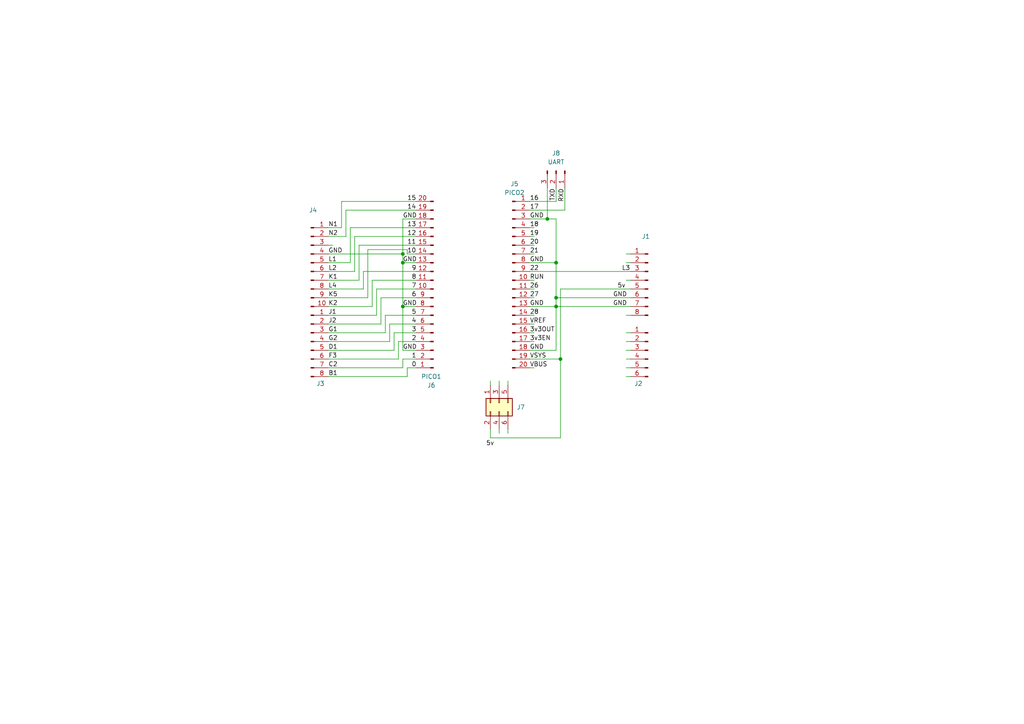
<source format=kicad_sch>
(kicad_sch (version 20231120) (generator "eeschema") (generator_version "8.0")
  (paper "A4")
  (lib_symbols
    (symbol "Connector:Conn_01x03_Pin" (pin_names (offset 1.016) hide)
      (property "Reference" "J" (at 0 5.08 0))
      (property "Value" "Conn_01x03_Pin" (at 0 -5.08 0))
      (symbol "Conn_01x03_Pin_1_1"
        (polyline (pts (xy 1.27 -2.54) (xy 0.8636 -2.54)) (stroke (width 0.1524)))
        (polyline (pts (xy 1.27 0) (xy 0.8636 0)) (stroke (width 0.1524)))
        (polyline (pts (xy 1.27 2.54) (xy 0.8636 2.54)) (stroke (width 0.1524)))
        (rectangle (start 0.8636 -2.413) (end 0 -2.667) (stroke (width 0.1524)) (fill (type outline)))
        (rectangle (start 0.8636 0.127) (end 0 -0.127) (stroke (width 0.1524)) (fill (type outline)))
        (rectangle (start 0.8636 2.667) (end 0 2.413) (stroke (width 0.1524)) (fill (type outline)))
        (pin passive line (at 5.08 2.54 180) (length 3.81) (name "Pin_1") (number "1"))
        (pin passive line (at 5.08 0 180) (length 3.81) (name "Pin_2") (number "2"))
        (pin passive line (at 5.08 -2.54 180) (length 3.81) (name "Pin_3") (number "3"))
      )
    )
    (symbol "Connector:Conn_01x06_Pin" (pin_names (offset 1.016) hide)
      (property "Reference" "J" (at 0 7.62 0))
      (property "Value" "Conn_01x06_Pin" (at 0 -10.16 0))
      (symbol "Conn_01x06_Pin_1_1"
        (polyline (pts (xy 1.27 -7.62) (xy 0.8636 -7.62)) (stroke (width 0.1524)))
        (polyline (pts (xy 1.27 -5.08) (xy 0.8636 -5.08)) (stroke (width 0.1524)))
        (polyline (pts (xy 1.27 -2.54) (xy 0.8636 -2.54)) (stroke (width 0.1524)))
        (polyline (pts (xy 1.27 0) (xy 0.8636 0)) (stroke (width 0.1524)))
        (polyline (pts (xy 1.27 2.54) (xy 0.8636 2.54)) (stroke (width 0.1524)))
        (polyline (pts (xy 1.27 5.08) (xy 0.8636 5.08)) (stroke (width 0.1524)))
        (rectangle (start 0.8636 -7.493) (end 0 -7.747) (stroke (width 0.1524)) (fill (type outline)))
        (rectangle (start 0.8636 -4.953) (end 0 -5.207) (stroke (width 0.1524)) (fill (type outline)))
        (rectangle (start 0.8636 -2.413) (end 0 -2.667) (stroke (width 0.1524)) (fill (type outline)))
        (rectangle (start 0.8636 0.127) (end 0 -0.127) (stroke (width 0.1524)) (fill (type outline)))
        (rectangle (start 0.8636 2.667) (end 0 2.413) (stroke (width 0.1524)) (fill (type outline)))
        (rectangle (start 0.8636 5.207) (end 0 4.953) (stroke (width 0.1524)) (fill (type outline)))
        (pin passive line (at 5.08 5.08 180) (length 3.81) (name "Pin_1") (number "1"))
        (pin passive line (at 5.08 2.54 180) (length 3.81) (name "Pin_2") (number "2"))
        (pin passive line (at 5.08 0 180) (length 3.81) (name "Pin_3") (number "3"))
        (pin passive line (at 5.08 -2.54 180) (length 3.81) (name "Pin_4") (number "4"))
        (pin passive line (at 5.08 -5.08 180) (length 3.81) (name "Pin_5") (number "5"))
        (pin passive line (at 5.08 -7.62 180) (length 3.81) (name "Pin_6") (number "6"))
      )
    )
    (symbol "Connector:Conn_01x08_Pin" (pin_names (offset 1.016) hide)
      (property "Reference" "J" (at 0 10.16 0))
      (property "Value" "Conn_01x08_Pin" (at 0 -12.7 0))
      (symbol "Conn_01x08_Pin_1_1"
        (polyline (pts (xy 1.27 -10.16) (xy 0.8636 -10.16)) (stroke (width 0.1524)))
        (polyline (pts (xy 1.27 -7.62) (xy 0.8636 -7.62)) (stroke (width 0.1524)))
        (polyline (pts (xy 1.27 -5.08) (xy 0.8636 -5.08)) (stroke (width 0.1524)))
        (polyline (pts (xy 1.27 -2.54) (xy 0.8636 -2.54)) (stroke (width 0.1524)))
        (polyline (pts (xy 1.27 0) (xy 0.8636 0)) (stroke (width 0.1524)))
        (polyline (pts (xy 1.27 2.54) (xy 0.8636 2.54)) (stroke (width 0.1524)))
        (polyline (pts (xy 1.27 5.08) (xy 0.8636 5.08)) (stroke (width 0.1524)))
        (polyline (pts (xy 1.27 7.62) (xy 0.8636 7.62)) (stroke (width 0.1524)))
        (rectangle (start 0.8636 -10.033) (end 0 -10.287) (stroke (width 0.1524)) (fill (type outline)))
        (rectangle (start 0.8636 -7.493) (end 0 -7.747) (stroke (width 0.1524)) (fill (type outline)))
        (rectangle (start 0.8636 -4.953) (end 0 -5.207) (stroke (width 0.1524)) (fill (type outline)))
        (rectangle (start 0.8636 -2.413) (end 0 -2.667) (stroke (width 0.1524)) (fill (type outline)))
        (rectangle (start 0.8636 0.127) (end 0 -0.127) (stroke (width 0.1524)) (fill (type outline)))
        (rectangle (start 0.8636 2.667) (end 0 2.413) (stroke (width 0.1524)) (fill (type outline)))
        (rectangle (start 0.8636 5.207) (end 0 4.953) (stroke (width 0.1524)) (fill (type outline)))
        (rectangle (start 0.8636 7.747) (end 0 7.493) (stroke (width 0.1524)) (fill (type outline)))
        (pin passive line (at 5.08 7.62 180) (length 3.81) (name "Pin_1") (number "1"))
        (pin passive line (at 5.08 5.08 180) (length 3.81) (name "Pin_2") (number "2"))
        (pin passive line (at 5.08 2.54 180) (length 3.81) (name "Pin_3") (number "3"))
        (pin passive line (at 5.08 0 180) (length 3.81) (name "Pin_4") (number "4"))
        (pin passive line (at 5.08 -2.54 180) (length 3.81) (name "Pin_5") (number "5"))
        (pin passive line (at 5.08 -5.08 180) (length 3.81) (name "Pin_6") (number "6"))
        (pin passive line (at 5.08 -7.62 180) (length 3.81) (name "Pin_7") (number "7"))
        (pin passive line (at 5.08 -10.16 180) (length 3.81) (name "Pin_8") (number "8"))
      )
    )
    (symbol "Connector:Conn_01x10_Pin" (pin_names (offset 1.016) hide)
      (property "Reference" "J" (at 0 12.7 0))
      (property "Value" "Conn_01x10_Pin" (at 0 -15.24 0))
      (symbol "Conn_01x10_Pin_1_1"
        (polyline (pts (xy 1.27 -12.7) (xy 0.8636 -12.7)) (stroke (width 0.1524)))
        (polyline (pts (xy 1.27 -10.16) (xy 0.8636 -10.16)) (stroke (width 0.1524)))
        (polyline (pts (xy 1.27 -7.62) (xy 0.8636 -7.62)) (stroke (width 0.1524)))
        (polyline (pts (xy 1.27 -5.08) (xy 0.8636 -5.08)) (stroke (width 0.1524)))
        (polyline (pts (xy 1.27 -2.54) (xy 0.8636 -2.54)) (stroke (width 0.1524)))
        (polyline (pts (xy 1.27 0) (xy 0.8636 0)) (stroke (width 0.1524)))
        (polyline (pts (xy 1.27 2.54) (xy 0.8636 2.54)) (stroke (width 0.1524)))
        (polyline (pts (xy 1.27 5.08) (xy 0.8636 5.08)) (stroke (width 0.1524)))
        (polyline (pts (xy 1.27 7.62) (xy 0.8636 7.62)) (stroke (width 0.1524)))
        (polyline (pts (xy 1.27 10.16) (xy 0.8636 10.16)) (stroke (width 0.1524)))
        (rectangle (start 0.8636 -12.573) (end 0 -12.827) (stroke (width 0.1524)) (fill (type outline)))
        (rectangle (start 0.8636 -10.033) (end 0 -10.287) (stroke (width 0.1524)) (fill (type outline)))
        (rectangle (start 0.8636 -7.493) (end 0 -7.747) (stroke (width 0.1524)) (fill (type outline)))
        (rectangle (start 0.8636 -4.953) (end 0 -5.207) (stroke (width 0.1524)) (fill (type outline)))
        (rectangle (start 0.8636 -2.413) (end 0 -2.667) (stroke (width 0.1524)) (fill (type outline)))
        (rectangle (start 0.8636 0.127) (end 0 -0.127) (stroke (width 0.1524)) (fill (type outline)))
        (rectangle (start 0.8636 2.667) (end 0 2.413) (stroke (width 0.1524)) (fill (type outline)))
        (rectangle (start 0.8636 5.207) (end 0 4.953) (stroke (width 0.1524)) (fill (type outline)))
        (rectangle (start 0.8636 7.747) (end 0 7.493) (stroke (width 0.1524)) (fill (type outline)))
        (rectangle (start 0.8636 10.287) (end 0 10.033) (stroke (width 0.1524)) (fill (type outline)))
        (pin passive line (at 5.08 10.16 180) (length 3.81) (name "Pin_1") (number "1"))
        (pin passive line (at 5.08 -12.7 180) (length 3.81) (name "Pin_10") (number "10"))
        (pin passive line (at 5.08 7.62 180) (length 3.81) (name "Pin_2") (number "2"))
        (pin passive line (at 5.08 5.08 180) (length 3.81) (name "Pin_3") (number "3"))
        (pin passive line (at 5.08 2.54 180) (length 3.81) (name "Pin_4") (number "4"))
        (pin passive line (at 5.08 0 180) (length 3.81) (name "Pin_5") (number "5"))
        (pin passive line (at 5.08 -2.54 180) (length 3.81) (name "Pin_6") (number "6"))
        (pin passive line (at 5.08 -5.08 180) (length 3.81) (name "Pin_7") (number "7"))
        (pin passive line (at 5.08 -7.62 180) (length 3.81) (name "Pin_8") (number "8"))
        (pin passive line (at 5.08 -10.16 180) (length 3.81) (name "Pin_9") (number "9"))
      )
    )
    (symbol "Connector:Conn_01x20_Pin" (pin_names (offset 1.016) hide)
      (property "Reference" "J" (at 0 25.4 0))
      (property "Value" "Conn_01x20_Pin" (at 0 -27.94 0))
      (symbol "Conn_01x20_Pin_1_1"
        (polyline (pts (xy 1.27 -25.4) (xy 0.8636 -25.4)) (stroke (width 0.1524)))
        (polyline (pts (xy 1.27 -22.86) (xy 0.8636 -22.86)) (stroke (width 0.1524)))
        (polyline (pts (xy 1.27 -20.32) (xy 0.8636 -20.32)) (stroke (width 0.1524)))
        (polyline (pts (xy 1.27 -17.78) (xy 0.8636 -17.78)) (stroke (width 0.1524)))
        (polyline (pts (xy 1.27 -15.24) (xy 0.8636 -15.24)) (stroke (width 0.1524)))
        (polyline (pts (xy 1.27 -12.7) (xy 0.8636 -12.7)) (stroke (width 0.1524)))
        (polyline (pts (xy 1.27 -10.16) (xy 0.8636 -10.16)) (stroke (width 0.1524)))
        (polyline (pts (xy 1.27 -7.62) (xy 0.8636 -7.62)) (stroke (width 0.1524)))
        (polyline (pts (xy 1.27 -5.08) (xy 0.8636 -5.08)) (stroke (width 0.1524)))
        (polyline (pts (xy 1.27 -2.54) (xy 0.8636 -2.54)) (stroke (width 0.1524)))
        (polyline (pts (xy 1.27 0) (xy 0.8636 0)) (stroke (width 0.1524)))
        (polyline (pts (xy 1.27 2.54) (xy 0.8636 2.54)) (stroke (width 0.1524)))
        (polyline (pts (xy 1.27 5.08) (xy 0.8636 5.08)) (stroke (width 0.1524)))
        (polyline (pts (xy 1.27 7.62) (xy 0.8636 7.62)) (stroke (width 0.1524)))
        (polyline (pts (xy 1.27 10.16) (xy 0.8636 10.16)) (stroke (width 0.1524)))
        (polyline (pts (xy 1.27 12.7) (xy 0.8636 12.7)) (stroke (width 0.1524)))
        (polyline (pts (xy 1.27 15.24) (xy 0.8636 15.24)) (stroke (width 0.1524)))
        (polyline (pts (xy 1.27 17.78) (xy 0.8636 17.78)) (stroke (width 0.1524)))
        (polyline (pts (xy 1.27 20.32) (xy 0.8636 20.32)) (stroke (width 0.1524)))
        (polyline (pts (xy 1.27 22.86) (xy 0.8636 22.86)) (stroke (width 0.1524)))
        (rectangle (start 0.8636 -25.273) (end 0 -25.527) (stroke (width 0.1524)) (fill (type outline)))
        (rectangle (start 0.8636 -22.733) (end 0 -22.987) (stroke (width 0.1524)) (fill (type outline)))
        (rectangle (start 0.8636 -20.193) (end 0 -20.447) (stroke (width 0.1524)) (fill (type outline)))
        (rectangle (start 0.8636 -17.653) (end 0 -17.907) (stroke (width 0.1524)) (fill (type outline)))
        (rectangle (start 0.8636 -15.113) (end 0 -15.367) (stroke (width 0.1524)) (fill (type outline)))
        (rectangle (start 0.8636 -12.573) (end 0 -12.827) (stroke (width 0.1524)) (fill (type outline)))
        (rectangle (start 0.8636 -10.033) (end 0 -10.287) (stroke (width 0.1524)) (fill (type outline)))
        (rectangle (start 0.8636 -7.493) (end 0 -7.747) (stroke (width 0.1524)) (fill (type outline)))
        (rectangle (start 0.8636 -4.953) (end 0 -5.207) (stroke (width 0.1524)) (fill (type outline)))
        (rectangle (start 0.8636 -2.413) (end 0 -2.667) (stroke (width 0.1524)) (fill (type outline)))
        (rectangle (start 0.8636 0.127) (end 0 -0.127) (stroke (width 0.1524)) (fill (type outline)))
        (rectangle (start 0.8636 2.667) (end 0 2.413) (stroke (width 0.1524)) (fill (type outline)))
        (rectangle (start 0.8636 5.207) (end 0 4.953) (stroke (width 0.1524)) (fill (type outline)))
        (rectangle (start 0.8636 7.747) (end 0 7.493) (stroke (width 0.1524)) (fill (type outline)))
        (rectangle (start 0.8636 10.287) (end 0 10.033) (stroke (width 0.1524)) (fill (type outline)))
        (rectangle (start 0.8636 12.827) (end 0 12.573) (stroke (width 0.1524)) (fill (type outline)))
        (rectangle (start 0.8636 15.367) (end 0 15.113) (stroke (width 0.1524)) (fill (type outline)))
        (rectangle (start 0.8636 17.907) (end 0 17.653) (stroke (width 0.1524)) (fill (type outline)))
        (rectangle (start 0.8636 20.447) (end 0 20.193) (stroke (width 0.1524)) (fill (type outline)))
        (rectangle (start 0.8636 22.987) (end 0 22.733) (stroke (width 0.1524)) (fill (type outline)))
        (pin passive line (at 5.08 22.86 180) (length 3.81) (name "Pin_1") (number "1"))
        (pin passive line (at 5.08 0 180) (length 3.81) (name "Pin_10") (number "10"))
        (pin passive line (at 5.08 -2.54 180) (length 3.81) (name "Pin_11") (number "11"))
        (pin passive line (at 5.08 -5.08 180) (length 3.81) (name "Pin_12") (number "12"))
        (pin passive line (at 5.08 -7.62 180) (length 3.81) (name "Pin_13") (number "13"))
        (pin passive line (at 5.08 -10.16 180) (length 3.81) (name "Pin_14") (number "14"))
        (pin passive line (at 5.08 -12.7 180) (length 3.81) (name "Pin_15") (number "15"))
        (pin passive line (at 5.08 -15.24 180) (length 3.81) (name "Pin_16") (number "16"))
        (pin passive line (at 5.08 -17.78 180) (length 3.81) (name "Pin_17") (number "17"))
        (pin passive line (at 5.08 -20.32 180) (length 3.81) (name "Pin_18") (number "18"))
        (pin passive line (at 5.08 -22.86 180) (length 3.81) (name "Pin_19") (number "19"))
        (pin passive line (at 5.08 20.32 180) (length 3.81) (name "Pin_2") (number "2"))
        (pin passive line (at 5.08 -25.4 180) (length 3.81) (name "Pin_20") (number "20"))
        (pin passive line (at 5.08 17.78 180) (length 3.81) (name "Pin_3") (number "3"))
        (pin passive line (at 5.08 15.24 180) (length 3.81) (name "Pin_4") (number "4"))
        (pin passive line (at 5.08 12.7 180) (length 3.81) (name "Pin_5") (number "5"))
        (pin passive line (at 5.08 10.16 180) (length 3.81) (name "Pin_6") (number "6"))
        (pin passive line (at 5.08 7.62 180) (length 3.81) (name "Pin_7") (number "7"))
        (pin passive line (at 5.08 5.08 180) (length 3.81) (name "Pin_8") (number "8"))
        (pin passive line (at 5.08 2.54 180) (length 3.81) (name "Pin_9") (number "9"))
      )
    )
    (symbol "Connector_Generic:Conn_02x03_Odd_Even" (pin_names (offset 1.016) hide)
      (property "Reference" "J" (at 1.27 5.08 0))
      (property "Value" "Conn_02x03_Odd_Even" (at 1.27 -5.08 0))
      (symbol "Conn_02x03_Odd_Even_1_1"
        (rectangle (start -1.27 -2.413) (end 0 -2.667) (stroke (width 0.1524)))
        (rectangle (start -1.27 0.127) (end 0 -0.127) (stroke (width 0.1524)))
        (rectangle (start -1.27 2.667) (end 0 2.413) (stroke (width 0.1524)))
        (rectangle (start -1.27 3.81) (end 3.81 -3.81) (stroke (width 0.254)) (fill (type background)))
        (rectangle (start 3.81 -2.413) (end 2.54 -2.667) (stroke (width 0.1524)))
        (rectangle (start 3.81 0.127) (end 2.54 -0.127) (stroke (width 0.1524)))
        (rectangle (start 3.81 2.667) (end 2.54 2.413) (stroke (width 0.1524)))
        (pin passive line (at -5.08 2.54 0) (length 3.81) (name "Pin_1") (number "1"))
        (pin passive line (at 7.62 2.54 180) (length 3.81) (name "Pin_2") (number "2"))
        (pin passive line (at -5.08 0 0) (length 3.81) (name "Pin_3") (number "3"))
        (pin passive line (at 7.62 0 180) (length 3.81) (name "Pin_4") (number "4"))
        (pin passive line (at -5.08 -2.54 0) (length 3.81) (name "Pin_5") (number "5"))
        (pin passive line (at 7.62 -2.54 180) (length 3.81) (name "Pin_6") (number "6"))
      )
    )
  )
  (junction (at 116.84 88.9))
  (junction (at 116.84 76.2))
  (junction (at 161.29 86.36))
  (junction (at 161.29 88.9))
  (junction (at 158.75 63.5))
  (junction (at 161.29 76.2))
  (junction (at 162.56 104.14))
  (junction (at 116.84 73.66))
  (wire (pts (xy 102.87 68.58) (xy 120.65 68.58)))
  (wire (pts (xy 107.95 81.28) (xy 120.65 81.28)))
  (wire (pts (xy 95.25 106.68) (xy 116.84 106.68)))
  (wire (pts (xy 95.25 99.06) (xy 113.03 99.06)))
  (wire (pts (xy 153.67 66.04) (xy 154.94 66.04)))
  (wire (pts (xy 110.49 93.98) (xy 110.49 86.36)))
  (wire (pts (xy 105.41 78.74) (xy 120.65 78.74)))
  (wire (pts (xy 118.11 73.66) (xy 120.65 73.66)))
  (wire (pts (xy 142.24 124.46) (xy 142.24 127)))
  (wire (pts (xy 153.67 106.68) (xy 154.94 106.68)))
  (wire (pts (xy 109.22 91.44) (xy 109.22 83.82)))
  (wire (pts (xy 95.25 86.36) (xy 106.68 86.36)))
  (wire (pts (xy 153.67 104.14) (xy 162.56 104.14)))
  (wire (pts (xy 95.25 101.6) (xy 114.3 101.6)))
  (wire (pts (xy 111.76 96.52) (xy 111.76 91.44)))
  (wire (pts (xy 153.67 73.66) (xy 154.94 73.66)))
  (wire (pts (xy 153.67 91.44) (xy 154.94 91.44)))
  (wire (pts (xy 163.83 60.96) (xy 163.83 54.61)))
  (wire (pts (xy 102.87 78.74) (xy 102.87 68.58)))
  (wire (pts (xy 153.67 96.52) (xy 154.94 96.52)))
  (wire (pts (xy 144.78 110.49) (xy 144.78 111.76)))
  (wire (pts (xy 153.67 99.06) (xy 154.94 99.06)))
  (wire (pts (xy 116.84 76.2) (xy 120.65 76.2)))
  (wire (pts (xy 95.25 68.58) (xy 100.33 68.58)))
  (wire (pts (xy 95.25 104.14) (xy 115.57 104.14)))
  (wire (pts (xy 100.33 68.58) (xy 100.33 60.96)))
  (wire (pts (xy 181.61 91.44) (xy 182.88 91.44)))
  (wire (pts (xy 153.67 71.12) (xy 154.94 71.12)))
  (wire (pts (xy 147.32 110.49) (xy 147.32 111.76)))
  (wire (pts (xy 95.25 88.9) (xy 107.95 88.9)))
  (wire (pts (xy 153.67 81.28) (xy 154.94 81.28)))
  (wire (pts (xy 161.29 88.9) (xy 182.88 88.9)))
  (wire (pts (xy 116.84 76.2) (xy 116.84 88.9)))
  (wire (pts (xy 106.68 72.39) (xy 106.68 86.36)))
  (wire (pts (xy 162.56 127) (xy 162.56 104.14)))
  (wire (pts (xy 116.84 73.66) (xy 116.84 76.2)))
  (wire (pts (xy 144.78 124.46) (xy 144.78 125.73)))
  (wire (pts (xy 161.29 58.42) (xy 161.29 54.61)))
  (wire (pts (xy 114.3 96.52) (xy 120.65 96.52)))
  (wire (pts (xy 113.03 93.98) (xy 120.65 93.98)))
  (wire (pts (xy 111.76 91.44) (xy 120.65 91.44)))
  (wire (pts (xy 115.57 99.06) (xy 120.65 99.06)))
  (wire (pts (xy 153.67 83.82) (xy 154.94 83.82)))
  (wire (pts (xy 118.11 72.39) (xy 118.11 73.66)))
  (wire (pts (xy 116.84 106.68) (xy 116.84 104.14)))
  (wire (pts (xy 115.57 104.14) (xy 115.57 99.06)))
  (wire (pts (xy 105.41 83.82) (xy 105.41 78.74)))
  (wire (pts (xy 104.14 81.28) (xy 104.14 71.12)))
  (wire (pts (xy 153.67 76.2) (xy 161.29 76.2)))
  (wire (pts (xy 95.25 81.28) (xy 104.14 81.28)))
  (wire (pts (xy 95.25 91.44) (xy 109.22 91.44)))
  (wire (pts (xy 118.11 109.22) (xy 118.11 106.68)))
  (wire (pts (xy 181.61 99.06) (xy 182.88 99.06)))
  (wire (pts (xy 142.24 127) (xy 162.56 127)))
  (wire (pts (xy 95.25 71.12) (xy 96.52 71.12)))
  (wire (pts (xy 95.25 76.2) (xy 101.6 76.2)))
  (wire (pts (xy 153.67 93.98) (xy 154.94 93.98)))
  (wire (pts (xy 107.95 88.9) (xy 107.95 81.28)))
  (wire (pts (xy 95.25 93.98) (xy 110.49 93.98)))
  (wire (pts (xy 153.67 86.36) (xy 154.94 86.36)))
  (wire (pts (xy 181.61 96.52) (xy 182.88 96.52)))
  (wire (pts (xy 95.25 109.22) (xy 118.11 109.22)))
  (wire (pts (xy 181.61 73.66) (xy 182.88 73.66)))
  (wire (pts (xy 95.25 78.74) (xy 102.87 78.74)))
  (wire (pts (xy 153.67 58.42) (xy 161.29 58.42)))
  (wire (pts (xy 161.29 86.36) (xy 182.88 86.36)))
  (wire (pts (xy 95.25 73.66) (xy 116.84 73.66)))
  (wire (pts (xy 142.24 110.49) (xy 142.24 111.76)))
  (wire (pts (xy 161.29 76.2) (xy 161.29 86.36)))
  (wire (pts (xy 116.84 63.5) (xy 120.65 63.5)))
  (wire (pts (xy 161.29 86.36) (xy 161.29 88.9)))
  (wire (pts (xy 100.33 60.96) (xy 120.65 60.96)))
  (wire (pts (xy 101.6 66.04) (xy 120.65 66.04)))
  (wire (pts (xy 106.68 72.39) (xy 118.11 72.39)))
  (wire (pts (xy 95.25 66.04) (xy 99.06 66.04)))
  (wire (pts (xy 181.61 76.2) (xy 182.88 76.2)))
  (wire (pts (xy 153.67 68.58) (xy 154.94 68.58)))
  (wire (pts (xy 116.84 88.9) (xy 120.65 88.9)))
  (wire (pts (xy 181.61 81.28) (xy 182.88 81.28)))
  (wire (pts (xy 99.06 58.42) (xy 120.65 58.42)))
  (wire (pts (xy 162.56 83.82) (xy 162.56 104.14)))
  (wire (pts (xy 181.61 104.14) (xy 182.88 104.14)))
  (wire (pts (xy 114.3 101.6) (xy 114.3 96.52)))
  (wire (pts (xy 109.22 83.82) (xy 120.65 83.82)))
  (wire (pts (xy 116.84 63.5) (xy 116.84 73.66)))
  (wire (pts (xy 113.03 99.06) (xy 113.03 93.98)))
  (wire (pts (xy 153.67 78.74) (xy 182.88 78.74)))
  (wire (pts (xy 147.32 124.46) (xy 147.32 125.73)))
  (wire (pts (xy 118.11 106.68) (xy 120.65 106.68)))
  (wire (pts (xy 158.75 54.61) (xy 158.75 63.5)))
  (wire (pts (xy 162.56 83.82) (xy 182.88 83.82)))
  (wire (pts (xy 116.84 101.6) (xy 120.65 101.6)))
  (wire (pts (xy 153.67 60.96) (xy 163.83 60.96)))
  (wire (pts (xy 95.25 83.82) (xy 105.41 83.82)))
  (wire (pts (xy 110.49 86.36) (xy 120.65 86.36)))
  (wire (pts (xy 101.6 76.2) (xy 101.6 66.04)))
  (wire (pts (xy 99.06 66.04) (xy 99.06 58.42)))
  (wire (pts (xy 181.61 101.6) (xy 182.88 101.6)))
  (wire (pts (xy 95.25 96.52) (xy 111.76 96.52)))
  (wire (pts (xy 104.14 71.12) (xy 120.65 71.12)))
  (wire (pts (xy 161.29 63.5) (xy 161.29 76.2)))
  (wire (pts (xy 153.67 101.6) (xy 161.29 101.6)))
  (wire (pts (xy 158.75 63.5) (xy 161.29 63.5)))
  (wire (pts (xy 153.67 63.5) (xy 158.75 63.5)))
  (wire (pts (xy 181.61 106.68) (xy 182.88 106.68)))
  (wire (pts (xy 161.29 88.9) (xy 161.29 101.6)))
  (wire (pts (xy 153.67 88.9) (xy 161.29 88.9)))
  (wire (pts (xy 181.61 109.22) (xy 182.88 109.22)))
  (wire (pts (xy 116.84 88.9) (xy 116.84 101.6)))
  (wire (pts (xy 116.84 104.14) (xy 120.65 104.14)))
  (label "L2" (at 95.25 78.74 0))
  (label "3v3OUT" (at 153.67 96.52 0))
  (label "1" (at 119.38 104.14 0))
  (label "GND" (at 116.84 63.5 0))
  (label "F3" (at 95.25 104.14 0))
  (label "L1" (at 95.25 76.2 0))
  (label "GND" (at 116.84 76.2 0))
  (label "GND" (at 153.67 88.9 0))
  (label "L3" (at 180.34 78.74 0))
  (label "GND" (at 153.67 63.5 0))
  (label "14" (at 118.11 60.96 0))
  (label "5v" (at 140.97 129.54 0))
  (label "4" (at 119.38 93.98 0))
  (label "RXD" (at 163.83 54.61 270))
  (label "27" (at 153.67 86.36 0))
  (label "K2" (at 95.25 88.9 0))
  (label "26" (at 153.67 83.82 0))
  (label "28" (at 153.67 91.44 0))
  (label "K1" (at 95.25 81.28 0))
  (label "K5" (at 95.25 86.36 0))
  (label "GND" (at 116.84 101.6 0))
  (label "VBUS" (at 153.67 106.68 0))
  (label "N2" (at 95.25 68.58 0))
  (label "3v3EN" (at 153.67 99.06 0))
  (label "VREF" (at 153.67 93.98 0))
  (label "RUN" (at 153.67 81.28 0))
  (label "G1" (at 95.25 96.52 0))
  (label "22" (at 153.67 78.74 0))
  (label "GND" (at 95.25 73.66 0))
  (label "B1" (at 95.25 109.22 0))
  (label "G2" (at 95.25 99.06 0))
  (label "7" (at 119.38 83.82 0))
  (label "16" (at 153.67 58.42 0))
  (label "0" (at 119.38 106.68 0))
  (label "3" (at 119.38 96.52 0))
  (label "N1" (at 95.25 66.04 0))
  (label "GND" (at 153.67 101.6 0))
  (label "GND" (at 153.67 76.2 0))
  (label "J1" (at 95.25 91.44 0))
  (label "C2" (at 95.25 106.68 0))
  (label "5v" (at 179.07 83.82 0))
  (label "21" (at 153.67 73.66 0))
  (label "D1" (at 95.25 101.6 0))
  (label "18" (at 153.67 66.04 0))
  (label "TXD" (at 161.29 54.61 270))
  (label "GND" (at 177.8 86.36 0))
  (label "19" (at 153.67 68.58 0))
  (label "15" (at 118.11 58.42 0))
  (label "GND" (at 177.8 88.9 0))
  (label "2" (at 119.38 99.06 0))
  (label "6" (at 119.38 86.36 0))
  (label "9" (at 119.38 78.74 0))
  (label "8" (at 119.38 81.28 0))
  (label "L4" (at 95.25 83.82 0))
  (label "GND" (at 116.84 88.9 0))
  (label "13" (at 118.11 66.04 0))
  (label "J2" (at 95.25 93.98 0))
  (label "11" (at 118.11 71.12 0))
  (label "5" (at 119.38 91.44 0))
  (label "VSYS" (at 153.67 104.14 0))
  (label "17" (at 153.67 60.96 0))
  (label "12" (at 118.11 68.58 0))
  (label "20" (at 153.67 71.12 0))
  (label "10" (at 118.11 73.66 0))
  (symbol (lib_id "Connector:Conn_01x20_Pin") (at 125.73 83.82 180) (unit 1)
    (property "Reference" "J6" (at 125.095 111.76 0))
    (property "Value" "PICO1" (at 125.095 109.22 0))
    (property "Description" "Generic connector, single row, 01x20, script generated" (effects (hide yes)))
  )
  (symbol (lib_id "Connector:Conn_01x20_Pin") (at 148.59 81.28 0) (unit 1)
    (property "Reference" "J5" (at 149.225 53.34 0))
    (property "Value" "PICO2" (at 149.225 55.88 0))
    (property "Description" "Generic connector, single row, 01x20, script generated" (effects (hide yes)))
  )
  (symbol (lib_id "Connector_Generic:Conn_02x03_Odd_Even") (at 144.78 116.84 90) (mirror x) (unit 1)
    (property "Reference" "J7" (at 149.86 118.1101 90) (effects (justify right)))
    (property "Value" "Conn_02x03_Odd_Even" (effects (hide yes)))
    (property "Description" "Generic connector, double row, 02x03, odd/even pin numbering scheme (row 1 odd numbers, row 2 even numbers), script generated (kicad-library-utils/schlib/autogen/connector/)" (effects (hide yes)))
  )
  (symbol (lib_id "Connector:Conn_01x06_Pin") (at 187.96 101.6 0) (mirror y) (unit 1)
    (property "Reference" "J2" (at 185.166 111.252 0))
    (property "Value" "Conn_01x06_Pin" (effects (hide yes)))
    (property "Description" "Generic connector, single row, 01x06, script generated" (effects (hide yes)))
  )
  (symbol (lib_id "Connector:Conn_01x08_Pin") (at 187.96 81.28 0) (mirror y) (unit 1)
    (property "Reference" "J1" (at 187.325 68.58 0))
    (property "Value" "Conn_01x08_Pin" (effects (hide yes)))
    (property "Description" "Generic connector, single row, 01x08, script generated" (effects (hide yes)))
  )
  (symbol (lib_id "Connector:Conn_01x03_Pin") (at 161.29 49.53 270) (unit 1)
    (property "Reference" "J8" (at 161.29 44.45 90))
    (property "Value" "UART" (at 161.29 46.99 90))
    (property "Description" "Generic connector, single row, 01x03, script generated" (effects (hide yes)))
  )
  (symbol (lib_id "Connector:Conn_01x08_Pin") (at 90.17 99.06 0) (unit 1)
    (property "Reference" "J3" (at 92.964 111.252 0))
    (property "Value" "Conn_01x08_Pin" (effects (hide yes)))
    (property "Description" "Generic connector, single row, 01x08, script generated" (effects (hide yes)))
  )
  (symbol (lib_id "Connector:Conn_01x10_Pin") (at 90.17 76.2 0) (unit 1)
    (property "Reference" "J4" (at 90.805 60.96 0))
    (property "Value" "Conn_01x10_Pin" (effects (hide yes)))
    (property "Description" "Generic connector, single row, 01x10, script generated" (effects (hide yes)))
  )
)
</source>
